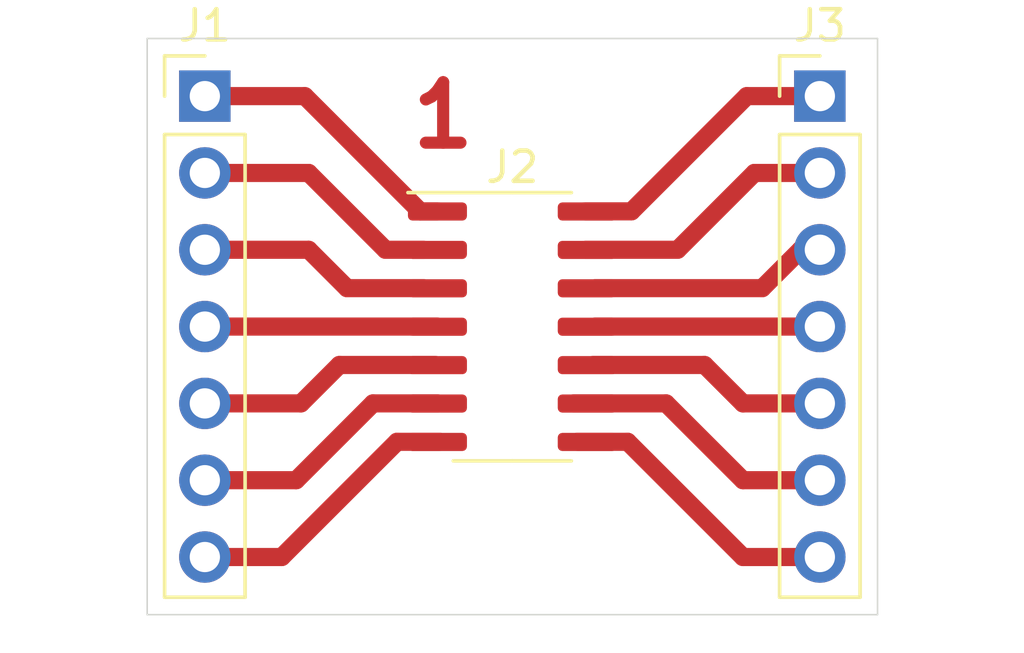
<source format=kicad_pcb>
(kicad_pcb (version 20211014) (generator pcbnew)
  (layers (0 "F.Cu" signal) (31 "B.Cu" signal) (34 "B.Paste" user) (35 "F.Paste" user) (36 "B.SilkS" user "B.Silkscreen") (37 "F.SilkS" user "F.Silkscreen") (38 "B.Mask" user) (39 "F.Mask" user) (44 "Edge.Cuts" user))
  (net 0 "")
  (net 1 "Net-(J1-Pad7)")
  (net 2 "Net-(J1-Pad6)")
  (net 3 "Net-(J1-Pad5)")
  (net 4 "Net-(J1-Pad4)")
  (net 5 "Net-(J1-Pad3)")
  (net 6 "Net-(J1-Pad2)")
  (net 7 "Net-(J1-Pad1)")
  (net 8 "Net-(J2-Pad14)")
  (net 9 "Net-(J2-Pad13)")
  (net 10 "Net-(J2-Pad12)")
  (net 11 "Net-(J2-Pad11)")
  (net 12 "Net-(J2-Pad10)")
  (net 13 "Net-(J2-Pad9)")
  (net 14 "Net-(J2-Pad8)")
  (footprint "Connector_PinHeader_2.54mm:PinHeader_1x07_P2.54mm_Vertical" (layer "F.Cu") (at 129.54 66.04)
    (fp_text reference "J1" (at 0 -2.33) (layer "F.SilkS"))
    (fp_text value "Conn_01x07_Male")
    (fp_line (start -1.33 16.57) (end 1.33 16.57) (layer "F.SilkS") (width 0.12))
    (fp_line (start -1.33 -1.33) (end 0 -1.33) (layer "F.SilkS") (width 0.12))
    (fp_line (start -1.33 1.27) (end -1.33 16.57) (layer "F.SilkS") (width 0.12))
    (fp_line (start 1.33 1.27) (end 1.33 16.57) (layer "F.SilkS") (width 0.12))
    (fp_line (start -1.33 1.27) (end 1.33 1.27) (layer "F.SilkS") (width 0.12))
    (fp_line (start -1.33 0) (end -1.33 -1.33) (layer "F.SilkS") (width 0.12))
    (pad "1" thru_hole rect locked (at 0 0) (size 1.7 1.7) (drill 1) (layers *.Cu *.Mask) (net 7 "Net-(J1-Pad1)"))
    (pad "2" thru_hole oval locked (at 0 2.54) (size 1.7 1.7) (drill 1) (layers *.Cu *.Mask) (net 6 "Net-(J1-Pad2)"))
    (pad "3" thru_hole oval locked (at 0 5.08) (size 1.7 1.7) (drill 1) (layers *.Cu *.Mask) (net 5 "Net-(J1-Pad3)"))
    (pad "4" thru_hole oval locked (at 0 7.62) (size 1.7 1.7) (drill 1) (layers *.Cu *.Mask) (net 4 "Net-(J1-Pad4)"))
    (pad "5" thru_hole oval locked (at 0 10.16) (size 1.7 1.7) (drill 1) (layers *.Cu *.Mask) (net 3 "Net-(J1-Pad5)"))
    (pad "6" thru_hole oval locked (at 0 12.7) (size 1.7 1.7) (drill 1) (layers *.Cu *.Mask) (net 2 "Net-(J1-Pad6)"))
    (pad "7" thru_hole oval locked (at 0 15.24) (size 1.7 1.7) (drill 1) (layers *.Cu *.Mask) (net 1 "Net-(J1-Pad7)"))
  )
  (footprint "Package_SO:SO-14_3.9x8.65mm_P1.27mm" (layer "F.Cu") (at 139.7 73.665)
    (fp_text reference "J2" (at 0 -5.28) (layer "F.SilkS"))
    (fp_text value "Conn_02x07_Counter_Clockwise")
    (fp_line (start 0 -4.435) (end 1.95 -4.435) (layer "F.SilkS") (width 0.12))
    (fp_line (start 0 4.435) (end 1.95 4.435) (layer "F.SilkS") (width 0.12))
    (fp_line (start 0 4.435) (end -1.95 4.435) (layer "F.SilkS") (width 0.12))
    (fp_line (start 0 -4.435) (end -3.45 -4.435) (layer "F.SilkS") (width 0.12))
    (pad "1" smd roundrect locked (at -2.475 -3.81) (size 1.95 0.6) (layers "F.Cu" "F.Paste" "F.Mask") (net 7 "Net-(J1-Pad1)"))
    (pad "2" smd roundrect locked (at -2.475 -2.54) (size 1.95 0.6) (layers "F.Cu" "F.Paste" "F.Mask") (net 6 "Net-(J1-Pad2)"))
    (pad "3" smd roundrect locked (at -2.475 -1.27) (size 1.95 0.6) (layers "F.Cu" "F.Paste" "F.Mask") (net 5 "Net-(J1-Pad3)"))
    (pad "4" smd roundrect locked (at -2.475 0) (size 1.95 0.6) (layers "F.Cu" "F.Paste" "F.Mask") (net 4 "Net-(J1-Pad4)"))
    (pad "5" smd roundrect locked (at -2.475 1.27) (size 1.95 0.6) (layers "F.Cu" "F.Paste" "F.Mask") (net 3 "Net-(J1-Pad5)"))
    (pad "6" smd roundrect locked (at -2.475 2.54) (size 1.95 0.6) (layers "F.Cu" "F.Paste" "F.Mask") (net 2 "Net-(J1-Pad6)"))
    (pad "7" smd roundrect locked (at -2.475 3.81) (size 1.95 0.6) (layers "F.Cu" "F.Paste" "F.Mask") (net 1 "Net-(J1-Pad7)"))
    (pad "8" smd roundrect locked (at 2.475 3.81) (size 1.95 0.6) (layers "F.Cu" "F.Paste" "F.Mask") (net 14 "Net-(J2-Pad8)"))
    (pad "9" smd roundrect locked (at 2.475 2.54) (size 1.95 0.6) (layers "F.Cu" "F.Paste" "F.Mask") (net 13 "Net-(J2-Pad9)"))
    (pad "10" smd roundrect locked (at 2.475 1.27) (size 1.95 0.6) (layers "F.Cu" "F.Paste" "F.Mask") (net 12 "Net-(J2-Pad10)"))
    (pad "11" smd roundrect locked (at 2.475 0) (size 1.95 0.6) (layers "F.Cu" "F.Paste" "F.Mask") (net 11 "Net-(J2-Pad11)"))
    (pad "12" smd roundrect locked (at 2.475 -1.27) (size 1.95 0.6) (layers "F.Cu" "F.Paste" "F.Mask") (net 10 "Net-(J2-Pad12)"))
    (pad "13" smd roundrect locked (at 2.475 -2.54) (size 1.95 0.6) (layers "F.Cu" "F.Paste" "F.Mask") (net 9 "Net-(J2-Pad13)"))
    (pad "14" smd roundrect locked (at 2.475 -3.81) (size 1.95 0.6) (layers "F.Cu" "F.Paste" "F.Mask") (net 8 "Net-(J2-Pad14)"))
  )
  (footprint "Connector_PinHeader_2.54mm:PinHeader_1x07_P2.54mm_Vertical" (layer "F.Cu") (at 149.86 66.04)
    (fp_text reference "J3" (at 0 -2.33) (layer "F.SilkS"))
    (fp_text value "Conn_01x07_Male")
    (fp_line (start -1.33 16.57) (end 1.33 16.57) (layer "F.SilkS") (width 0.12))
    (fp_line (start -1.33 1.27) (end 1.33 1.27) (layer "F.SilkS") (width 0.12))
    (fp_line (start -1.33 1.27) (end -1.33 16.57) (layer "F.SilkS") (width 0.12))
    (fp_line (start -1.33 -1.33) (end 0 -1.33) (layer "F.SilkS") (width 0.12))
    (fp_line (start -1.33 0) (end -1.33 -1.33) (layer "F.SilkS") (width 0.12))
    (fp_line (start 1.33 1.27) (end 1.33 16.57) (layer "F.SilkS") (width 0.12))
    (pad "1" thru_hole rect locked (at 0 0) (size 1.7 1.7) (drill 1) (layers *.Cu *.Mask) (net 8 "Net-(J2-Pad14)"))
    (pad "2" thru_hole oval locked (at 0 2.54) (size 1.7 1.7) (drill 1) (layers *.Cu *.Mask) (net 9 "Net-(J2-Pad13)"))
    (pad "3" thru_hole oval locked (at 0 5.08) (size 1.7 1.7) (drill 1) (layers *.Cu *.Mask) (net 10 "Net-(J2-Pad12)"))
    (pad "4" thru_hole oval locked (at 0 7.62) (size 1.7 1.7) (drill 1) (layers *.Cu *.Mask) (net 11 "Net-(J2-Pad11)"))
    (pad "5" thru_hole oval locked (at 0 10.16) (size 1.7 1.7) (drill 1) (layers *.Cu *.Mask) (net 12 "Net-(J2-Pad10)"))
    (pad "6" thru_hole oval locked (at 0 12.7) (size 1.7 1.7) (drill 1) (layers *.Cu *.Mask) (net 13 "Net-(J2-Pad9)"))
    (pad "7" thru_hole oval locked (at 0 15.24) (size 1.7 1.7) (drill 1) (layers *.Cu *.Mask) (net 14 "Net-(J2-Pad8)"))
  )
  (gr_line (start 127.635 83.185) (end 127.635 64.135) (layer "Edge.Cuts") (width 0.05))
  (gr_line (start 127.635 64.135) (end 151.765 64.135) (layer "Edge.Cuts") (width 0.05))
  (gr_line (start 151.765 64.135) (end 151.765 83.185) (layer "Edge.Cuts") (width 0.05))
  (gr_line (start 151.765 83.185) (end 127.635 83.185) (layer "Edge.Cuts") (width 0.05))
  (gr_text "1" (at 137.414 66.675) (layer "F.Cu") (effects (font (size 2 2) (thickness 0.4))))
  (segment (start 132.08 81.28) (end 135.89 77.47) (width 0.6) (layer "F.Cu") (net 1))
  (segment (start 129.54 81.28) (end 132.08 81.28) (width 0.6) (layer "F.Cu") (net 1))
  (segment (start 135.89 77.47) (end 137.287 77.47) (width 0.6) (layer "F.Cu") (net 1))
  (segment (start 132.55625 78.74) (end 129.54 78.74) (width 0.6) (layer "F.Cu") (net 2))
  (segment (start 135.09625 76.2) (end 132.55625 78.74) (width 0.6) (layer "F.Cu") (net 2))
  (segment (start 137.225 76.2) (end 135.09625 76.2) (width 0.6) (layer "F.Cu") (net 2))
  (segment (start 132.715 76.2) (end 133.985 74.93) (width 0.6) (layer "F.Cu") (net 3))
  (segment (start 129.54 76.2) (end 132.715 76.2) (width 0.6) (layer "F.Cu") (net 3))
  (segment (start 133.985 74.93) (end 137.16 74.93) (width 0.6) (layer "F.Cu") (net 3))
  (segment (start 129.54 73.66) (end 137.225 73.66) (width 0.6) (layer "F.Cu") (net 4))
  (segment (start 134.239 72.39) (end 136.779 72.39) (width 0.6) (layer "F.Cu") (net 5))
  (segment (start 129.54 71.12) (end 132.969 71.12) (width 0.6) (layer "F.Cu") (net 5))
  (segment (start 132.969 71.12) (end 134.239 72.39) (width 0.6) (layer "F.Cu") (net 5))
  (segment (start 135.509 71.12) (end 136.779 71.12) (width 0.6) (layer "F.Cu") (net 6))
  (segment (start 132.969 68.58) (end 135.509 71.12) (width 0.6) (layer "F.Cu") (net 6))
  (segment (start 129.54 68.58) (end 132.969 68.58) (width 0.6) (layer "F.Cu") (net 6))
  (segment (start 132.842 66.04) (end 136.652 69.85) (width 0.6) (layer "F.Cu") (net 7))
  (segment (start 136.652 69.85) (end 137.225 69.85) (width 0.6) (layer "F.Cu") (net 7))
  (segment (start 129.54 66.04) (end 132.842 66.04) (width 0.6) (layer "F.Cu") (net 7))
  (segment (start 142.113 69.85) (end 143.635 69.85) (width 0.6) (layer "F.Cu") (net 8))
  (segment (start 143.635 69.85) (end 147.445 66.04) (width 0.6) (layer "F.Cu") (net 8))
  (segment (start 147.445 66.04) (end 149.86 66.04) (width 0.6) (layer "F.Cu") (net 8))
  (segment (start 145.16 71.12) (end 142.113 71.12) (width 0.6) (layer "F.Cu") (net 9))
  (segment (start 147.7 68.58) (end 145.16 71.12) (width 0.6) (layer "F.Cu") (net 9))
  (segment (start 149.86 68.58) (end 147.7 68.58) (width 0.6) (layer "F.Cu") (net 9))
  (segment (start 147.955 72.39) (end 149.225 71.12) (width 0.6) (layer "F.Cu") (net 10))
  (segment (start 142.43 72.39) (end 147.955 72.39) (width 0.6) (layer "F.Cu") (net 10))
  (segment (start 149.225 71.12) (end 149.86 71.12) (width 0.6) (layer "F.Cu") (net 10))
  (segment (start 149.86 73.66) (end 142.43 73.66) (width 0.6) (layer "F.Cu") (net 11))
  (segment (start 146.05 74.93) (end 142.367 74.93) (width 0.6) (layer "F.Cu") (net 12))
  (segment (start 149.86 76.2) (end 147.32 76.2) (width 0.6) (layer "F.Cu") (net 12))
  (segment (start 147.32 76.2) (end 146.05 74.93) (width 0.6) (layer "F.Cu") (net 12))
  (segment (start 149.86 78.74) (end 147.32 78.74) (width 0.6) (layer "F.Cu") (net 13))
  (segment (start 144.78 76.2) (end 141.732 76.2) (width 0.6) (layer "F.Cu") (net 13))
  (segment (start 147.32 78.74) (end 144.78 76.2) (width 0.6) (layer "F.Cu") (net 13))
  (segment (start 143.51 77.47) (end 141.859 77.47) (width 0.6) (layer "F.Cu") (net 14))
  (segment (start 147.32 81.28) (end 143.51 77.47) (width 0.6) (layer "F.Cu") (net 14))
  (segment (start 149.86 81.28) (end 147.32 81.28) (width 0.6) (layer "F.Cu") (net 14))
)
</source>
